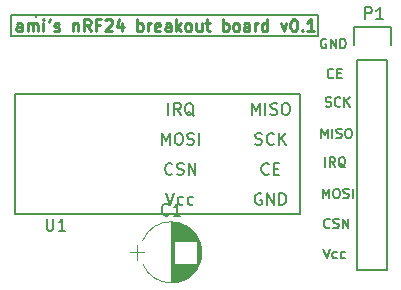
<source format=gto>
G04 #@! TF.GenerationSoftware,KiCad,Pcbnew,(2017-01-24 revision 0b6147e)-makepkg*
G04 #@! TF.CreationDate,2017-01-26T21:48:18+05:30*
G04 #@! TF.ProjectId,bRF24-breakout,62524632342D627265616B6F75742E6B,0.01*
G04 #@! TF.FileFunction,Legend,Top*
G04 #@! TF.FilePolarity,Positive*
%FSLAX46Y46*%
G04 Gerber Fmt 4.6, Leading zero omitted, Abs format (unit mm)*
G04 Created by KiCad (PCBNEW (2017-01-24 revision 0b6147e)-makepkg) date 01/26/17 21:48:18*
%MOMM*%
%LPD*%
G01*
G04 APERTURE LIST*
%ADD10C,0.100000*%
%ADD11C,0.200000*%
%ADD12C,0.250000*%
%ADD13C,0.120000*%
%ADD14C,0.150000*%
G04 APERTURE END LIST*
D10*
D11*
X150368000Y-72136000D02*
X124333000Y-72136000D01*
X150368000Y-73914000D02*
X150368000Y-72136000D01*
X124333000Y-73914000D02*
X150368000Y-73914000D01*
X124333000Y-72136000D02*
X124333000Y-73914000D01*
X126492000Y-72136000D02*
X126492000Y-72263000D01*
D12*
X125294952Y-73477380D02*
X125294952Y-72953571D01*
X125247333Y-72858333D01*
X125152095Y-72810714D01*
X124961619Y-72810714D01*
X124866380Y-72858333D01*
X125294952Y-73429761D02*
X125199714Y-73477380D01*
X124961619Y-73477380D01*
X124866380Y-73429761D01*
X124818761Y-73334523D01*
X124818761Y-73239285D01*
X124866380Y-73144047D01*
X124961619Y-73096428D01*
X125199714Y-73096428D01*
X125294952Y-73048809D01*
X125771142Y-73477380D02*
X125771142Y-72810714D01*
X125771142Y-72905952D02*
X125818761Y-72858333D01*
X125914000Y-72810714D01*
X126056857Y-72810714D01*
X126152095Y-72858333D01*
X126199714Y-72953571D01*
X126199714Y-73477380D01*
X126199714Y-72953571D02*
X126247333Y-72858333D01*
X126342571Y-72810714D01*
X126485428Y-72810714D01*
X126580666Y-72858333D01*
X126628285Y-72953571D01*
X126628285Y-73477380D01*
X127104476Y-73477380D02*
X127104476Y-72810714D01*
X127104476Y-72477380D02*
X127056857Y-72525000D01*
X127104476Y-72572619D01*
X127152095Y-72525000D01*
X127104476Y-72477380D01*
X127104476Y-72572619D01*
X127628285Y-72477380D02*
X127533047Y-72667857D01*
X128009238Y-73429761D02*
X128104476Y-73477380D01*
X128294952Y-73477380D01*
X128390190Y-73429761D01*
X128437809Y-73334523D01*
X128437809Y-73286904D01*
X128390190Y-73191666D01*
X128294952Y-73144047D01*
X128152095Y-73144047D01*
X128056857Y-73096428D01*
X128009238Y-73001190D01*
X128009238Y-72953571D01*
X128056857Y-72858333D01*
X128152095Y-72810714D01*
X128294952Y-72810714D01*
X128390190Y-72858333D01*
X129628285Y-72810714D02*
X129628285Y-73477380D01*
X129628285Y-72905952D02*
X129675904Y-72858333D01*
X129771142Y-72810714D01*
X129914000Y-72810714D01*
X130009238Y-72858333D01*
X130056857Y-72953571D01*
X130056857Y-73477380D01*
X131104476Y-73477380D02*
X130771142Y-73001190D01*
X130533047Y-73477380D02*
X130533047Y-72477380D01*
X130914000Y-72477380D01*
X131009238Y-72525000D01*
X131056857Y-72572619D01*
X131104476Y-72667857D01*
X131104476Y-72810714D01*
X131056857Y-72905952D01*
X131009238Y-72953571D01*
X130914000Y-73001190D01*
X130533047Y-73001190D01*
X131866380Y-72953571D02*
X131533047Y-72953571D01*
X131533047Y-73477380D02*
X131533047Y-72477380D01*
X132009238Y-72477380D01*
X132342571Y-72572619D02*
X132390190Y-72525000D01*
X132485428Y-72477380D01*
X132723523Y-72477380D01*
X132818761Y-72525000D01*
X132866380Y-72572619D01*
X132914000Y-72667857D01*
X132914000Y-72763095D01*
X132866380Y-72905952D01*
X132294952Y-73477380D01*
X132914000Y-73477380D01*
X133771142Y-72810714D02*
X133771142Y-73477380D01*
X133533047Y-72429761D02*
X133294952Y-73144047D01*
X133914000Y-73144047D01*
X135056857Y-73477380D02*
X135056857Y-72477380D01*
X135056857Y-72858333D02*
X135152095Y-72810714D01*
X135342571Y-72810714D01*
X135437809Y-72858333D01*
X135485428Y-72905952D01*
X135533047Y-73001190D01*
X135533047Y-73286904D01*
X135485428Y-73382142D01*
X135437809Y-73429761D01*
X135342571Y-73477380D01*
X135152095Y-73477380D01*
X135056857Y-73429761D01*
X135961619Y-73477380D02*
X135961619Y-72810714D01*
X135961619Y-73001190D02*
X136009238Y-72905952D01*
X136056857Y-72858333D01*
X136152095Y-72810714D01*
X136247333Y-72810714D01*
X136961619Y-73429761D02*
X136866380Y-73477380D01*
X136675904Y-73477380D01*
X136580666Y-73429761D01*
X136533047Y-73334523D01*
X136533047Y-72953571D01*
X136580666Y-72858333D01*
X136675904Y-72810714D01*
X136866380Y-72810714D01*
X136961619Y-72858333D01*
X137009238Y-72953571D01*
X137009238Y-73048809D01*
X136533047Y-73144047D01*
X137866380Y-73477380D02*
X137866380Y-72953571D01*
X137818761Y-72858333D01*
X137723523Y-72810714D01*
X137533047Y-72810714D01*
X137437809Y-72858333D01*
X137866380Y-73429761D02*
X137771142Y-73477380D01*
X137533047Y-73477380D01*
X137437809Y-73429761D01*
X137390190Y-73334523D01*
X137390190Y-73239285D01*
X137437809Y-73144047D01*
X137533047Y-73096428D01*
X137771142Y-73096428D01*
X137866380Y-73048809D01*
X138342571Y-73477380D02*
X138342571Y-72477380D01*
X138437809Y-73096428D02*
X138723523Y-73477380D01*
X138723523Y-72810714D02*
X138342571Y-73191666D01*
X139294952Y-73477380D02*
X139199714Y-73429761D01*
X139152095Y-73382142D01*
X139104476Y-73286904D01*
X139104476Y-73001190D01*
X139152095Y-72905952D01*
X139199714Y-72858333D01*
X139294952Y-72810714D01*
X139437809Y-72810714D01*
X139533047Y-72858333D01*
X139580666Y-72905952D01*
X139628285Y-73001190D01*
X139628285Y-73286904D01*
X139580666Y-73382142D01*
X139533047Y-73429761D01*
X139437809Y-73477380D01*
X139294952Y-73477380D01*
X140485428Y-72810714D02*
X140485428Y-73477380D01*
X140056857Y-72810714D02*
X140056857Y-73334523D01*
X140104476Y-73429761D01*
X140199714Y-73477380D01*
X140342571Y-73477380D01*
X140437809Y-73429761D01*
X140485428Y-73382142D01*
X140818761Y-72810714D02*
X141199714Y-72810714D01*
X140961619Y-72477380D02*
X140961619Y-73334523D01*
X141009238Y-73429761D01*
X141104476Y-73477380D01*
X141199714Y-73477380D01*
X142294952Y-73477380D02*
X142294952Y-72477380D01*
X142294952Y-72858333D02*
X142390190Y-72810714D01*
X142580666Y-72810714D01*
X142675904Y-72858333D01*
X142723523Y-72905952D01*
X142771142Y-73001190D01*
X142771142Y-73286904D01*
X142723523Y-73382142D01*
X142675904Y-73429761D01*
X142580666Y-73477380D01*
X142390190Y-73477380D01*
X142294952Y-73429761D01*
X143342571Y-73477380D02*
X143247333Y-73429761D01*
X143199714Y-73382142D01*
X143152095Y-73286904D01*
X143152095Y-73001190D01*
X143199714Y-72905952D01*
X143247333Y-72858333D01*
X143342571Y-72810714D01*
X143485428Y-72810714D01*
X143580666Y-72858333D01*
X143628285Y-72905952D01*
X143675904Y-73001190D01*
X143675904Y-73286904D01*
X143628285Y-73382142D01*
X143580666Y-73429761D01*
X143485428Y-73477380D01*
X143342571Y-73477380D01*
X144533047Y-73477380D02*
X144533047Y-72953571D01*
X144485428Y-72858333D01*
X144390190Y-72810714D01*
X144199714Y-72810714D01*
X144104476Y-72858333D01*
X144533047Y-73429761D02*
X144437809Y-73477380D01*
X144199714Y-73477380D01*
X144104476Y-73429761D01*
X144056857Y-73334523D01*
X144056857Y-73239285D01*
X144104476Y-73144047D01*
X144199714Y-73096428D01*
X144437809Y-73096428D01*
X144533047Y-73048809D01*
X145009238Y-73477380D02*
X145009238Y-72810714D01*
X145009238Y-73001190D02*
X145056857Y-72905952D01*
X145104476Y-72858333D01*
X145199714Y-72810714D01*
X145294952Y-72810714D01*
X146056857Y-73477380D02*
X146056857Y-72477380D01*
X146056857Y-73429761D02*
X145961619Y-73477380D01*
X145771142Y-73477380D01*
X145675904Y-73429761D01*
X145628285Y-73382142D01*
X145580666Y-73286904D01*
X145580666Y-73001190D01*
X145628285Y-72905952D01*
X145675904Y-72858333D01*
X145771142Y-72810714D01*
X145961619Y-72810714D01*
X146056857Y-72858333D01*
X147199714Y-72810714D02*
X147437809Y-73477380D01*
X147675904Y-72810714D01*
X148247333Y-72477380D02*
X148342571Y-72477380D01*
X148437809Y-72525000D01*
X148485428Y-72572619D01*
X148533047Y-72667857D01*
X148580666Y-72858333D01*
X148580666Y-73096428D01*
X148533047Y-73286904D01*
X148485428Y-73382142D01*
X148437809Y-73429761D01*
X148342571Y-73477380D01*
X148247333Y-73477380D01*
X148152095Y-73429761D01*
X148104476Y-73382142D01*
X148056857Y-73286904D01*
X148009238Y-73096428D01*
X148009238Y-72858333D01*
X148056857Y-72667857D01*
X148104476Y-72572619D01*
X148152095Y-72525000D01*
X148247333Y-72477380D01*
X149009238Y-73382142D02*
X149056857Y-73429761D01*
X149009238Y-73477380D01*
X148961619Y-73429761D01*
X149009238Y-73382142D01*
X149009238Y-73477380D01*
X150009238Y-73477380D02*
X149437809Y-73477380D01*
X149723523Y-73477380D02*
X149723523Y-72477380D01*
X149628285Y-72620238D01*
X149533047Y-72715476D01*
X149437809Y-72763095D01*
D11*
X151028476Y-74149000D02*
X150952285Y-74110904D01*
X150838000Y-74110904D01*
X150723714Y-74149000D01*
X150647523Y-74225190D01*
X150609428Y-74301380D01*
X150571333Y-74453761D01*
X150571333Y-74568047D01*
X150609428Y-74720428D01*
X150647523Y-74796619D01*
X150723714Y-74872809D01*
X150838000Y-74910904D01*
X150914190Y-74910904D01*
X151028476Y-74872809D01*
X151066571Y-74834714D01*
X151066571Y-74568047D01*
X150914190Y-74568047D01*
X151409428Y-74910904D02*
X151409428Y-74110904D01*
X151866571Y-74910904D01*
X151866571Y-74110904D01*
X152247523Y-74910904D02*
X152247523Y-74110904D01*
X152438000Y-74110904D01*
X152552285Y-74149000D01*
X152628476Y-74225190D01*
X152666571Y-74301380D01*
X152704666Y-74453761D01*
X152704666Y-74568047D01*
X152666571Y-74720428D01*
X152628476Y-74796619D01*
X152552285Y-74872809D01*
X152438000Y-74910904D01*
X152247523Y-74910904D01*
X151650714Y-77374714D02*
X151612619Y-77412809D01*
X151498333Y-77450904D01*
X151422142Y-77450904D01*
X151307857Y-77412809D01*
X151231666Y-77336619D01*
X151193571Y-77260428D01*
X151155476Y-77108047D01*
X151155476Y-76993761D01*
X151193571Y-76841380D01*
X151231666Y-76765190D01*
X151307857Y-76689000D01*
X151422142Y-76650904D01*
X151498333Y-76650904D01*
X151612619Y-76689000D01*
X151650714Y-76727095D01*
X151993571Y-77031857D02*
X152260238Y-77031857D01*
X152374523Y-77450904D02*
X151993571Y-77450904D01*
X151993571Y-76650904D01*
X152374523Y-76650904D01*
X150990428Y-79825809D02*
X151104714Y-79863904D01*
X151295190Y-79863904D01*
X151371380Y-79825809D01*
X151409476Y-79787714D01*
X151447571Y-79711523D01*
X151447571Y-79635333D01*
X151409476Y-79559142D01*
X151371380Y-79521047D01*
X151295190Y-79482952D01*
X151142809Y-79444857D01*
X151066619Y-79406761D01*
X151028523Y-79368666D01*
X150990428Y-79292476D01*
X150990428Y-79216285D01*
X151028523Y-79140095D01*
X151066619Y-79102000D01*
X151142809Y-79063904D01*
X151333285Y-79063904D01*
X151447571Y-79102000D01*
X152247571Y-79787714D02*
X152209476Y-79825809D01*
X152095190Y-79863904D01*
X152019000Y-79863904D01*
X151904714Y-79825809D01*
X151828523Y-79749619D01*
X151790428Y-79673428D01*
X151752333Y-79521047D01*
X151752333Y-79406761D01*
X151790428Y-79254380D01*
X151828523Y-79178190D01*
X151904714Y-79102000D01*
X152019000Y-79063904D01*
X152095190Y-79063904D01*
X152209476Y-79102000D01*
X152247571Y-79140095D01*
X152590428Y-79863904D02*
X152590428Y-79063904D01*
X153047571Y-79863904D02*
X152704714Y-79406761D01*
X153047571Y-79063904D02*
X152590428Y-79521047D01*
X150634857Y-82530904D02*
X150634857Y-81730904D01*
X150901523Y-82302333D01*
X151168190Y-81730904D01*
X151168190Y-82530904D01*
X151549142Y-82530904D02*
X151549142Y-81730904D01*
X151892000Y-82492809D02*
X152006285Y-82530904D01*
X152196761Y-82530904D01*
X152272952Y-82492809D01*
X152311047Y-82454714D01*
X152349142Y-82378523D01*
X152349142Y-82302333D01*
X152311047Y-82226142D01*
X152272952Y-82188047D01*
X152196761Y-82149952D01*
X152044380Y-82111857D01*
X151968190Y-82073761D01*
X151930095Y-82035666D01*
X151892000Y-81959476D01*
X151892000Y-81883285D01*
X151930095Y-81807095D01*
X151968190Y-81769000D01*
X152044380Y-81730904D01*
X152234857Y-81730904D01*
X152349142Y-81769000D01*
X152844380Y-81730904D02*
X152996761Y-81730904D01*
X153072952Y-81769000D01*
X153149142Y-81845190D01*
X153187238Y-81997571D01*
X153187238Y-82264238D01*
X153149142Y-82416619D01*
X153072952Y-82492809D01*
X152996761Y-82530904D01*
X152844380Y-82530904D01*
X152768190Y-82492809D01*
X152692000Y-82416619D01*
X152653904Y-82264238D01*
X152653904Y-81997571D01*
X152692000Y-81845190D01*
X152768190Y-81769000D01*
X152844380Y-81730904D01*
X150945952Y-84943904D02*
X150945952Y-84143904D01*
X151784047Y-84943904D02*
X151517380Y-84562952D01*
X151326904Y-84943904D02*
X151326904Y-84143904D01*
X151631666Y-84143904D01*
X151707857Y-84182000D01*
X151745952Y-84220095D01*
X151784047Y-84296285D01*
X151784047Y-84410571D01*
X151745952Y-84486761D01*
X151707857Y-84524857D01*
X151631666Y-84562952D01*
X151326904Y-84562952D01*
X152660238Y-85020095D02*
X152584047Y-84982000D01*
X152507857Y-84905809D01*
X152393571Y-84791523D01*
X152317380Y-84753428D01*
X152241190Y-84753428D01*
X152279285Y-84943904D02*
X152203095Y-84905809D01*
X152126904Y-84829619D01*
X152088809Y-84677238D01*
X152088809Y-84410571D01*
X152126904Y-84258190D01*
X152203095Y-84182000D01*
X152279285Y-84143904D01*
X152431666Y-84143904D01*
X152507857Y-84182000D01*
X152584047Y-84258190D01*
X152622142Y-84410571D01*
X152622142Y-84677238D01*
X152584047Y-84829619D01*
X152507857Y-84905809D01*
X152431666Y-84943904D01*
X152279285Y-84943904D01*
X150761857Y-87610904D02*
X150761857Y-86810904D01*
X151028523Y-87382333D01*
X151295190Y-86810904D01*
X151295190Y-87610904D01*
X151828523Y-86810904D02*
X151980904Y-86810904D01*
X152057095Y-86849000D01*
X152133285Y-86925190D01*
X152171380Y-87077571D01*
X152171380Y-87344238D01*
X152133285Y-87496619D01*
X152057095Y-87572809D01*
X151980904Y-87610904D01*
X151828523Y-87610904D01*
X151752333Y-87572809D01*
X151676142Y-87496619D01*
X151638047Y-87344238D01*
X151638047Y-87077571D01*
X151676142Y-86925190D01*
X151752333Y-86849000D01*
X151828523Y-86810904D01*
X152476142Y-87572809D02*
X152590428Y-87610904D01*
X152780904Y-87610904D01*
X152857095Y-87572809D01*
X152895190Y-87534714D01*
X152933285Y-87458523D01*
X152933285Y-87382333D01*
X152895190Y-87306142D01*
X152857095Y-87268047D01*
X152780904Y-87229952D01*
X152628523Y-87191857D01*
X152552333Y-87153761D01*
X152514238Y-87115666D01*
X152476142Y-87039476D01*
X152476142Y-86963285D01*
X152514238Y-86887095D01*
X152552333Y-86849000D01*
X152628523Y-86810904D01*
X152819000Y-86810904D01*
X152933285Y-86849000D01*
X153276142Y-87610904D02*
X153276142Y-86810904D01*
X151339619Y-90074714D02*
X151301523Y-90112809D01*
X151187238Y-90150904D01*
X151111047Y-90150904D01*
X150996761Y-90112809D01*
X150920571Y-90036619D01*
X150882476Y-89960428D01*
X150844380Y-89808047D01*
X150844380Y-89693761D01*
X150882476Y-89541380D01*
X150920571Y-89465190D01*
X150996761Y-89389000D01*
X151111047Y-89350904D01*
X151187238Y-89350904D01*
X151301523Y-89389000D01*
X151339619Y-89427095D01*
X151644380Y-90112809D02*
X151758666Y-90150904D01*
X151949142Y-90150904D01*
X152025333Y-90112809D01*
X152063428Y-90074714D01*
X152101523Y-89998523D01*
X152101523Y-89922333D01*
X152063428Y-89846142D01*
X152025333Y-89808047D01*
X151949142Y-89769952D01*
X151796761Y-89731857D01*
X151720571Y-89693761D01*
X151682476Y-89655666D01*
X151644380Y-89579476D01*
X151644380Y-89503285D01*
X151682476Y-89427095D01*
X151720571Y-89389000D01*
X151796761Y-89350904D01*
X151987238Y-89350904D01*
X152101523Y-89389000D01*
X152444380Y-90150904D02*
X152444380Y-89350904D01*
X152901523Y-90150904D01*
X152901523Y-89350904D01*
X150812619Y-91890904D02*
X151079285Y-92690904D01*
X151345952Y-91890904D01*
X151955476Y-92652809D02*
X151879285Y-92690904D01*
X151726904Y-92690904D01*
X151650714Y-92652809D01*
X151612619Y-92614714D01*
X151574523Y-92538523D01*
X151574523Y-92309952D01*
X151612619Y-92233761D01*
X151650714Y-92195666D01*
X151726904Y-92157571D01*
X151879285Y-92157571D01*
X151955476Y-92195666D01*
X152641190Y-92652809D02*
X152565000Y-92690904D01*
X152412619Y-92690904D01*
X152336428Y-92652809D01*
X152298333Y-92614714D01*
X152260238Y-92538523D01*
X152260238Y-92309952D01*
X152298333Y-92233761D01*
X152336428Y-92195666D01*
X152412619Y-92157571D01*
X152565000Y-92157571D01*
X152641190Y-92195666D01*
D13*
X140298863Y-91220600D02*
G75*
G03X135504564Y-91222000I-2396863J-981400D01*
G01*
X140298863Y-93183400D02*
G75*
G02X135504564Y-93182000I-2396863J981400D01*
G01*
X140298863Y-93183400D02*
G75*
G03X140299436Y-91222000I-2396863J981400D01*
G01*
X137902000Y-89652000D02*
X137902000Y-94752000D01*
X137942000Y-89652000D02*
X137942000Y-94752000D01*
X137982000Y-89653000D02*
X137982000Y-94751000D01*
X138022000Y-89654000D02*
X138022000Y-94750000D01*
X138062000Y-89656000D02*
X138062000Y-94748000D01*
X138102000Y-89659000D02*
X138102000Y-94745000D01*
X138142000Y-89663000D02*
X138142000Y-94741000D01*
X138182000Y-89667000D02*
X138182000Y-91222000D01*
X138182000Y-93182000D02*
X138182000Y-94737000D01*
X138222000Y-89671000D02*
X138222000Y-91222000D01*
X138222000Y-93182000D02*
X138222000Y-94733000D01*
X138262000Y-89677000D02*
X138262000Y-91222000D01*
X138262000Y-93182000D02*
X138262000Y-94727000D01*
X138302000Y-89683000D02*
X138302000Y-91222000D01*
X138302000Y-93182000D02*
X138302000Y-94721000D01*
X138342000Y-89689000D02*
X138342000Y-91222000D01*
X138342000Y-93182000D02*
X138342000Y-94715000D01*
X138382000Y-89696000D02*
X138382000Y-91222000D01*
X138382000Y-93182000D02*
X138382000Y-94708000D01*
X138422000Y-89704000D02*
X138422000Y-91222000D01*
X138422000Y-93182000D02*
X138422000Y-94700000D01*
X138462000Y-89713000D02*
X138462000Y-91222000D01*
X138462000Y-93182000D02*
X138462000Y-94691000D01*
X138502000Y-89722000D02*
X138502000Y-91222000D01*
X138502000Y-93182000D02*
X138502000Y-94682000D01*
X138542000Y-89732000D02*
X138542000Y-91222000D01*
X138542000Y-93182000D02*
X138542000Y-94672000D01*
X138582000Y-89742000D02*
X138582000Y-91222000D01*
X138582000Y-93182000D02*
X138582000Y-94662000D01*
X138623000Y-89754000D02*
X138623000Y-91222000D01*
X138623000Y-93182000D02*
X138623000Y-94650000D01*
X138663000Y-89766000D02*
X138663000Y-91222000D01*
X138663000Y-93182000D02*
X138663000Y-94638000D01*
X138703000Y-89778000D02*
X138703000Y-91222000D01*
X138703000Y-93182000D02*
X138703000Y-94626000D01*
X138743000Y-89792000D02*
X138743000Y-91222000D01*
X138743000Y-93182000D02*
X138743000Y-94612000D01*
X138783000Y-89806000D02*
X138783000Y-91222000D01*
X138783000Y-93182000D02*
X138783000Y-94598000D01*
X138823000Y-89820000D02*
X138823000Y-91222000D01*
X138823000Y-93182000D02*
X138823000Y-94584000D01*
X138863000Y-89836000D02*
X138863000Y-91222000D01*
X138863000Y-93182000D02*
X138863000Y-94568000D01*
X138903000Y-89852000D02*
X138903000Y-91222000D01*
X138903000Y-93182000D02*
X138903000Y-94552000D01*
X138943000Y-89869000D02*
X138943000Y-91222000D01*
X138943000Y-93182000D02*
X138943000Y-94535000D01*
X138983000Y-89887000D02*
X138983000Y-91222000D01*
X138983000Y-93182000D02*
X138983000Y-94517000D01*
X139023000Y-89906000D02*
X139023000Y-91222000D01*
X139023000Y-93182000D02*
X139023000Y-94498000D01*
X139063000Y-89926000D02*
X139063000Y-91222000D01*
X139063000Y-93182000D02*
X139063000Y-94478000D01*
X139103000Y-89946000D02*
X139103000Y-91222000D01*
X139103000Y-93182000D02*
X139103000Y-94458000D01*
X139143000Y-89968000D02*
X139143000Y-91222000D01*
X139143000Y-93182000D02*
X139143000Y-94436000D01*
X139183000Y-89990000D02*
X139183000Y-91222000D01*
X139183000Y-93182000D02*
X139183000Y-94414000D01*
X139223000Y-90013000D02*
X139223000Y-91222000D01*
X139223000Y-93182000D02*
X139223000Y-94391000D01*
X139263000Y-90037000D02*
X139263000Y-91222000D01*
X139263000Y-93182000D02*
X139263000Y-94367000D01*
X139303000Y-90062000D02*
X139303000Y-91222000D01*
X139303000Y-93182000D02*
X139303000Y-94342000D01*
X139343000Y-90089000D02*
X139343000Y-91222000D01*
X139343000Y-93182000D02*
X139343000Y-94315000D01*
X139383000Y-90116000D02*
X139383000Y-91222000D01*
X139383000Y-93182000D02*
X139383000Y-94288000D01*
X139423000Y-90144000D02*
X139423000Y-91222000D01*
X139423000Y-93182000D02*
X139423000Y-94260000D01*
X139463000Y-90174000D02*
X139463000Y-91222000D01*
X139463000Y-93182000D02*
X139463000Y-94230000D01*
X139503000Y-90205000D02*
X139503000Y-91222000D01*
X139503000Y-93182000D02*
X139503000Y-94199000D01*
X139543000Y-90237000D02*
X139543000Y-91222000D01*
X139543000Y-93182000D02*
X139543000Y-94167000D01*
X139583000Y-90270000D02*
X139583000Y-91222000D01*
X139583000Y-93182000D02*
X139583000Y-94134000D01*
X139623000Y-90305000D02*
X139623000Y-91222000D01*
X139623000Y-93182000D02*
X139623000Y-94099000D01*
X139663000Y-90341000D02*
X139663000Y-91222000D01*
X139663000Y-93182000D02*
X139663000Y-94063000D01*
X139703000Y-90379000D02*
X139703000Y-91222000D01*
X139703000Y-93182000D02*
X139703000Y-94025000D01*
X139743000Y-90419000D02*
X139743000Y-91222000D01*
X139743000Y-93182000D02*
X139743000Y-93985000D01*
X139783000Y-90460000D02*
X139783000Y-91222000D01*
X139783000Y-93182000D02*
X139783000Y-93944000D01*
X139823000Y-90503000D02*
X139823000Y-91222000D01*
X139823000Y-93182000D02*
X139823000Y-93901000D01*
X139863000Y-90548000D02*
X139863000Y-91222000D01*
X139863000Y-93182000D02*
X139863000Y-93856000D01*
X139903000Y-90596000D02*
X139903000Y-91222000D01*
X139903000Y-93182000D02*
X139903000Y-93808000D01*
X139943000Y-90646000D02*
X139943000Y-91222000D01*
X139943000Y-93182000D02*
X139943000Y-93758000D01*
X139983000Y-90698000D02*
X139983000Y-91222000D01*
X139983000Y-93182000D02*
X139983000Y-93706000D01*
X140023000Y-90754000D02*
X140023000Y-91222000D01*
X140023000Y-93182000D02*
X140023000Y-93650000D01*
X140063000Y-90812000D02*
X140063000Y-91222000D01*
X140063000Y-93182000D02*
X140063000Y-93592000D01*
X140103000Y-90875000D02*
X140103000Y-91222000D01*
X140103000Y-93182000D02*
X140103000Y-93529000D01*
X140143000Y-90941000D02*
X140143000Y-93463000D01*
X140183000Y-91013000D02*
X140183000Y-93391000D01*
X140223000Y-91090000D02*
X140223000Y-93314000D01*
X140263000Y-91174000D02*
X140263000Y-93230000D01*
X140303000Y-91268000D02*
X140303000Y-93136000D01*
X140343000Y-91373000D02*
X140343000Y-93031000D01*
X140383000Y-91495000D02*
X140383000Y-92909000D01*
X140423000Y-91643000D02*
X140423000Y-92761000D01*
X140463000Y-91848000D02*
X140463000Y-92556000D01*
X134452000Y-92202000D02*
X135652000Y-92202000D01*
X135052000Y-91552000D02*
X135052000Y-92852000D01*
D14*
X156490000Y-73126000D02*
X153390000Y-73126000D01*
X156490000Y-74676000D02*
X156490000Y-73126000D01*
X153670000Y-75946000D02*
X156210000Y-75946000D01*
X153390000Y-73126000D02*
X153390000Y-74676000D01*
X156210000Y-93726000D02*
X156210000Y-75946000D01*
X153670000Y-93726000D02*
X156210000Y-93726000D01*
X153670000Y-75946000D02*
X153670000Y-93726000D01*
X124735001Y-78838000D02*
X124735001Y-88998000D01*
X146325001Y-78838000D02*
X124735001Y-78838000D01*
X148865001Y-78838000D02*
X146325001Y-78838000D01*
X148865001Y-88998000D02*
X148865001Y-78838000D01*
X124735001Y-88998000D02*
X148865001Y-88998000D01*
X137735333Y-88999142D02*
X137687714Y-89046761D01*
X137544857Y-89094380D01*
X137449619Y-89094380D01*
X137306761Y-89046761D01*
X137211523Y-88951523D01*
X137163904Y-88856285D01*
X137116285Y-88665809D01*
X137116285Y-88522952D01*
X137163904Y-88332476D01*
X137211523Y-88237238D01*
X137306761Y-88142000D01*
X137449619Y-88094380D01*
X137544857Y-88094380D01*
X137687714Y-88142000D01*
X137735333Y-88189619D01*
X138687714Y-89094380D02*
X138116285Y-89094380D01*
X138402000Y-89094380D02*
X138402000Y-88094380D01*
X138306761Y-88237238D01*
X138211523Y-88332476D01*
X138116285Y-88380095D01*
X154328904Y-72461380D02*
X154328904Y-71461380D01*
X154709857Y-71461380D01*
X154805095Y-71509000D01*
X154852714Y-71556619D01*
X154900333Y-71651857D01*
X154900333Y-71794714D01*
X154852714Y-71889952D01*
X154805095Y-71937571D01*
X154709857Y-71985190D01*
X154328904Y-71985190D01*
X155852714Y-72461380D02*
X155281285Y-72461380D01*
X155567000Y-72461380D02*
X155567000Y-71461380D01*
X155471761Y-71604238D01*
X155376523Y-71699476D01*
X155281285Y-71747095D01*
X127381095Y-89368380D02*
X127381095Y-90177904D01*
X127428714Y-90273142D01*
X127476333Y-90320761D01*
X127571571Y-90368380D01*
X127762047Y-90368380D01*
X127857285Y-90320761D01*
X127904904Y-90273142D01*
X127952523Y-90177904D01*
X127952523Y-89368380D01*
X128952523Y-90368380D02*
X128381095Y-90368380D01*
X128666809Y-90368380D02*
X128666809Y-89368380D01*
X128571571Y-89511238D01*
X128476333Y-89606476D01*
X128381095Y-89654095D01*
X145563096Y-87228000D02*
X145467858Y-87180380D01*
X145325001Y-87180380D01*
X145182143Y-87228000D01*
X145086905Y-87323238D01*
X145039286Y-87418476D01*
X144991667Y-87608952D01*
X144991667Y-87751809D01*
X145039286Y-87942285D01*
X145086905Y-88037523D01*
X145182143Y-88132761D01*
X145325001Y-88180380D01*
X145420239Y-88180380D01*
X145563096Y-88132761D01*
X145610715Y-88085142D01*
X145610715Y-87751809D01*
X145420239Y-87751809D01*
X146039286Y-88180380D02*
X146039286Y-87180380D01*
X146610715Y-88180380D01*
X146610715Y-87180380D01*
X147086905Y-88180380D02*
X147086905Y-87180380D01*
X147325001Y-87180380D01*
X147467858Y-87228000D01*
X147563096Y-87323238D01*
X147610715Y-87418476D01*
X147658334Y-87608952D01*
X147658334Y-87751809D01*
X147610715Y-87942285D01*
X147563096Y-88037523D01*
X147467858Y-88132761D01*
X147325001Y-88180380D01*
X147086905Y-88180380D01*
X146182143Y-85545142D02*
X146134524Y-85592761D01*
X145991667Y-85640380D01*
X145896429Y-85640380D01*
X145753572Y-85592761D01*
X145658334Y-85497523D01*
X145610715Y-85402285D01*
X145563096Y-85211809D01*
X145563096Y-85068952D01*
X145610715Y-84878476D01*
X145658334Y-84783238D01*
X145753572Y-84688000D01*
X145896429Y-84640380D01*
X145991667Y-84640380D01*
X146134524Y-84688000D01*
X146182143Y-84735619D01*
X146610715Y-85116571D02*
X146944048Y-85116571D01*
X147086905Y-85640380D02*
X146610715Y-85640380D01*
X146610715Y-84640380D01*
X147086905Y-84640380D01*
X144753572Y-80560380D02*
X144753572Y-79560380D01*
X145086905Y-80274666D01*
X145420239Y-79560380D01*
X145420239Y-80560380D01*
X145896429Y-80560380D02*
X145896429Y-79560380D01*
X146325001Y-80512761D02*
X146467858Y-80560380D01*
X146705953Y-80560380D01*
X146801191Y-80512761D01*
X146848810Y-80465142D01*
X146896429Y-80369904D01*
X146896429Y-80274666D01*
X146848810Y-80179428D01*
X146801191Y-80131809D01*
X146705953Y-80084190D01*
X146515477Y-80036571D01*
X146420239Y-79988952D01*
X146372620Y-79941333D01*
X146325001Y-79846095D01*
X146325001Y-79750857D01*
X146372620Y-79655619D01*
X146420239Y-79608000D01*
X146515477Y-79560380D01*
X146753572Y-79560380D01*
X146896429Y-79608000D01*
X147515477Y-79560380D02*
X147705953Y-79560380D01*
X147801191Y-79608000D01*
X147896429Y-79703238D01*
X147944048Y-79893714D01*
X147944048Y-80227047D01*
X147896429Y-80417523D01*
X147801191Y-80512761D01*
X147705953Y-80560380D01*
X147515477Y-80560380D01*
X147420239Y-80512761D01*
X147325001Y-80417523D01*
X147277381Y-80227047D01*
X147277381Y-79893714D01*
X147325001Y-79703238D01*
X147420239Y-79608000D01*
X147515477Y-79560380D01*
X145039286Y-83052761D02*
X145182143Y-83100380D01*
X145420239Y-83100380D01*
X145515477Y-83052761D01*
X145563096Y-83005142D01*
X145610715Y-82909904D01*
X145610715Y-82814666D01*
X145563096Y-82719428D01*
X145515477Y-82671809D01*
X145420239Y-82624190D01*
X145229762Y-82576571D01*
X145134524Y-82528952D01*
X145086905Y-82481333D01*
X145039286Y-82386095D01*
X145039286Y-82290857D01*
X145086905Y-82195619D01*
X145134524Y-82148000D01*
X145229762Y-82100380D01*
X145467858Y-82100380D01*
X145610715Y-82148000D01*
X146610715Y-83005142D02*
X146563096Y-83052761D01*
X146420239Y-83100380D01*
X146325001Y-83100380D01*
X146182143Y-83052761D01*
X146086905Y-82957523D01*
X146039286Y-82862285D01*
X145991667Y-82671809D01*
X145991667Y-82528952D01*
X146039286Y-82338476D01*
X146086905Y-82243238D01*
X146182143Y-82148000D01*
X146325001Y-82100380D01*
X146420239Y-82100380D01*
X146563096Y-82148000D01*
X146610715Y-82195619D01*
X147039286Y-83100380D02*
X147039286Y-82100380D01*
X147610715Y-83100380D02*
X147182143Y-82528952D01*
X147610715Y-82100380D02*
X147039286Y-82671809D01*
X137514524Y-87180380D02*
X137847858Y-88180380D01*
X138181191Y-87180380D01*
X138943096Y-88132761D02*
X138847858Y-88180380D01*
X138657381Y-88180380D01*
X138562143Y-88132761D01*
X138514524Y-88085142D01*
X138466905Y-87989904D01*
X138466905Y-87704190D01*
X138514524Y-87608952D01*
X138562143Y-87561333D01*
X138657381Y-87513714D01*
X138847858Y-87513714D01*
X138943096Y-87561333D01*
X139800239Y-88132761D02*
X139705001Y-88180380D01*
X139514524Y-88180380D01*
X139419286Y-88132761D01*
X139371667Y-88085142D01*
X139324048Y-87989904D01*
X139324048Y-87704190D01*
X139371667Y-87608952D01*
X139419286Y-87561333D01*
X139514524Y-87513714D01*
X139705001Y-87513714D01*
X139800239Y-87561333D01*
X138014524Y-85545142D02*
X137966905Y-85592761D01*
X137824048Y-85640380D01*
X137728810Y-85640380D01*
X137585953Y-85592761D01*
X137490715Y-85497523D01*
X137443096Y-85402285D01*
X137395477Y-85211809D01*
X137395477Y-85068952D01*
X137443096Y-84878476D01*
X137490715Y-84783238D01*
X137585953Y-84688000D01*
X137728810Y-84640380D01*
X137824048Y-84640380D01*
X137966905Y-84688000D01*
X138014524Y-84735619D01*
X138395477Y-85592761D02*
X138538334Y-85640380D01*
X138776429Y-85640380D01*
X138871667Y-85592761D01*
X138919286Y-85545142D01*
X138966905Y-85449904D01*
X138966905Y-85354666D01*
X138919286Y-85259428D01*
X138871667Y-85211809D01*
X138776429Y-85164190D01*
X138585953Y-85116571D01*
X138490715Y-85068952D01*
X138443096Y-85021333D01*
X138395477Y-84926095D01*
X138395477Y-84830857D01*
X138443096Y-84735619D01*
X138490715Y-84688000D01*
X138585953Y-84640380D01*
X138824048Y-84640380D01*
X138966905Y-84688000D01*
X139395477Y-85640380D02*
X139395477Y-84640380D01*
X139966905Y-85640380D01*
X139966905Y-84640380D01*
X137133572Y-83100380D02*
X137133572Y-82100380D01*
X137466905Y-82814666D01*
X137800239Y-82100380D01*
X137800239Y-83100380D01*
X138466905Y-82100380D02*
X138657381Y-82100380D01*
X138752620Y-82148000D01*
X138847858Y-82243238D01*
X138895477Y-82433714D01*
X138895477Y-82767047D01*
X138847858Y-82957523D01*
X138752620Y-83052761D01*
X138657381Y-83100380D01*
X138466905Y-83100380D01*
X138371667Y-83052761D01*
X138276429Y-82957523D01*
X138228810Y-82767047D01*
X138228810Y-82433714D01*
X138276429Y-82243238D01*
X138371667Y-82148000D01*
X138466905Y-82100380D01*
X139276429Y-83052761D02*
X139419286Y-83100380D01*
X139657381Y-83100380D01*
X139752620Y-83052761D01*
X139800239Y-83005142D01*
X139847858Y-82909904D01*
X139847858Y-82814666D01*
X139800239Y-82719428D01*
X139752620Y-82671809D01*
X139657381Y-82624190D01*
X139466905Y-82576571D01*
X139371667Y-82528952D01*
X139324048Y-82481333D01*
X139276429Y-82386095D01*
X139276429Y-82290857D01*
X139324048Y-82195619D01*
X139371667Y-82148000D01*
X139466905Y-82100380D01*
X139705001Y-82100380D01*
X139847858Y-82148000D01*
X140276429Y-83100380D02*
X140276429Y-82100380D01*
X137681191Y-80560380D02*
X137681191Y-79560380D01*
X138728810Y-80560380D02*
X138395477Y-80084190D01*
X138157381Y-80560380D02*
X138157381Y-79560380D01*
X138538334Y-79560380D01*
X138633572Y-79608000D01*
X138681191Y-79655619D01*
X138728810Y-79750857D01*
X138728810Y-79893714D01*
X138681191Y-79988952D01*
X138633572Y-80036571D01*
X138538334Y-80084190D01*
X138157381Y-80084190D01*
X139824048Y-80655619D02*
X139728810Y-80608000D01*
X139633572Y-80512761D01*
X139490715Y-80369904D01*
X139395477Y-80322285D01*
X139300239Y-80322285D01*
X139347858Y-80560380D02*
X139252620Y-80512761D01*
X139157381Y-80417523D01*
X139109762Y-80227047D01*
X139109762Y-79893714D01*
X139157381Y-79703238D01*
X139252620Y-79608000D01*
X139347858Y-79560380D01*
X139538334Y-79560380D01*
X139633572Y-79608000D01*
X139728810Y-79703238D01*
X139776429Y-79893714D01*
X139776429Y-80227047D01*
X139728810Y-80417523D01*
X139633572Y-80512761D01*
X139538334Y-80560380D01*
X139347858Y-80560380D01*
M02*

</source>
